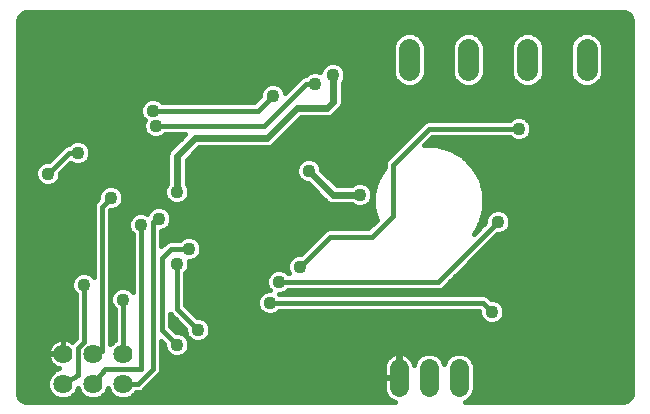
<source format=gbl>
G75*
G70*
%OFA0B0*%
%FSLAX24Y24*%
%IPPOS*%
%LPD*%
%AMOC8*
5,1,8,0,0,1.08239X$1,22.5*
%
%ADD10C,0.0640*%
%ADD11C,0.0710*%
%ADD12C,0.0640*%
%ADD13C,0.0160*%
%ADD14C,0.0436*%
%ADD15C,0.0240*%
D10*
X001880Y005894D03*
X002880Y005894D03*
X003880Y005894D03*
X003880Y006894D03*
X002880Y006894D03*
X001880Y006894D03*
D11*
X013427Y016339D02*
X013427Y017049D01*
X015396Y017049D02*
X015396Y016339D01*
X017364Y016339D02*
X017364Y017049D01*
X019333Y017049D02*
X019333Y016339D01*
D12*
X015080Y006414D02*
X015080Y005774D01*
X014080Y005774D02*
X014080Y006414D01*
X013080Y006414D02*
X013080Y005774D01*
D13*
X000608Y005300D02*
X000506Y005342D01*
X000428Y005420D01*
X000385Y005522D01*
X000380Y005577D01*
X000380Y017838D01*
X000387Y017847D01*
X000380Y017920D01*
X000380Y017993D01*
X000379Y017994D01*
X000418Y018118D01*
X000500Y018218D01*
X000615Y018279D01*
X000674Y018290D01*
X020576Y018290D01*
X020631Y018279D01*
X020738Y018222D01*
X020816Y018128D01*
X020850Y018014D01*
X020850Y018014D01*
X020850Y017941D01*
X020843Y017868D01*
X020850Y017859D01*
X020850Y005571D01*
X020839Y005516D01*
X020781Y005407D01*
X020686Y005329D01*
X020571Y005294D01*
X020570Y005294D01*
X020497Y005294D01*
X020425Y005301D01*
X020416Y005294D01*
X015280Y005294D01*
X015375Y005333D01*
X015521Y005480D01*
X015600Y005671D01*
X015600Y006518D01*
X015521Y006709D01*
X015375Y006855D01*
X015183Y006934D01*
X014977Y006934D01*
X014785Y006855D01*
X014639Y006709D01*
X014580Y006566D01*
X014521Y006709D01*
X014375Y006855D01*
X014183Y006934D01*
X013977Y006934D01*
X013785Y006855D01*
X013639Y006709D01*
X013567Y006534D01*
X013543Y006606D01*
X013508Y006676D01*
X013461Y006740D01*
X013406Y006796D01*
X013342Y006842D01*
X013272Y006878D01*
X013197Y006902D01*
X013119Y006914D01*
X013100Y006914D01*
X013100Y006114D01*
X013060Y006114D01*
X013060Y006074D01*
X012580Y006074D01*
X012580Y005735D01*
X012592Y005657D01*
X012617Y005582D01*
X012652Y005512D01*
X012699Y005448D01*
X012754Y005393D01*
X012818Y005347D01*
X012888Y005311D01*
X012939Y005294D01*
X000663Y005294D01*
X000608Y005300D01*
X000498Y005350D02*
X012814Y005350D01*
X012655Y005508D02*
X004229Y005508D01*
X004175Y005453D02*
X004321Y005600D01*
X004327Y005614D01*
X004436Y005614D01*
X004539Y005657D01*
X004617Y005736D01*
X005117Y006236D01*
X005160Y006339D01*
X005160Y007318D01*
X005262Y007216D01*
X005262Y007111D01*
X005326Y006957D01*
X005443Y006840D01*
X005597Y006776D01*
X005763Y006776D01*
X005917Y006840D01*
X006034Y006957D01*
X006098Y007111D01*
X006098Y007277D01*
X006034Y007431D01*
X005917Y007549D01*
X005763Y007612D01*
X005658Y007612D01*
X005460Y007810D01*
X005460Y008218D01*
X005962Y007716D01*
X005962Y007611D01*
X006026Y007457D01*
X006143Y007340D01*
X006297Y007276D01*
X006463Y007276D01*
X006617Y007340D01*
X006734Y007457D01*
X006798Y007611D01*
X006798Y007777D01*
X006734Y007931D01*
X006617Y008049D01*
X006463Y008112D01*
X006358Y008112D01*
X005960Y008510D01*
X005960Y009583D01*
X006034Y009657D01*
X006098Y009811D01*
X006098Y009976D01*
X006163Y009976D01*
X006317Y010040D01*
X006434Y010157D01*
X006498Y010311D01*
X006498Y010477D01*
X006434Y010631D01*
X006317Y010749D01*
X006163Y010812D01*
X005997Y010812D01*
X005843Y010749D01*
X005769Y010674D01*
X005424Y010674D01*
X005321Y010632D01*
X005160Y010470D01*
X005160Y010976D01*
X005163Y010976D01*
X005317Y011040D01*
X005434Y011157D01*
X005498Y011311D01*
X005498Y011477D01*
X005434Y011631D01*
X005317Y011749D01*
X005163Y011812D01*
X004997Y011812D01*
X004843Y011749D01*
X004726Y011631D01*
X004695Y011558D01*
X004563Y011612D01*
X004397Y011612D01*
X004243Y011549D01*
X004126Y011431D01*
X004062Y011277D01*
X004062Y011111D01*
X004126Y010957D01*
X004200Y010883D01*
X004200Y008966D01*
X004117Y009049D01*
X003963Y009112D01*
X003797Y009112D01*
X003643Y009049D01*
X003526Y008931D01*
X003462Y008777D01*
X003462Y008611D01*
X003526Y008457D01*
X003600Y008383D01*
X003600Y007341D01*
X003585Y007335D01*
X003460Y007210D01*
X003460Y011676D01*
X003563Y011676D01*
X003717Y011740D01*
X003834Y011857D01*
X003898Y012011D01*
X003898Y012177D01*
X003834Y012331D01*
X003717Y012449D01*
X003563Y012512D01*
X003397Y012512D01*
X003243Y012449D01*
X003126Y012331D01*
X003062Y012177D01*
X003062Y012072D01*
X003021Y012032D01*
X002943Y011953D01*
X002900Y011850D01*
X002900Y009466D01*
X002817Y009549D01*
X002663Y009612D01*
X002497Y009612D01*
X002343Y009549D01*
X002226Y009431D01*
X002162Y009277D01*
X002162Y009111D01*
X002226Y008957D01*
X002300Y008883D01*
X002300Y007410D01*
X002221Y007332D01*
X002182Y007293D01*
X002142Y007322D01*
X002072Y007358D01*
X001997Y007382D01*
X001919Y007394D01*
X001889Y007394D01*
X001889Y006903D01*
X001871Y006903D01*
X001871Y006886D01*
X001380Y006886D01*
X001380Y006855D01*
X001392Y006777D01*
X001417Y006702D01*
X001452Y006632D01*
X001499Y006568D01*
X001554Y006513D01*
X001618Y006467D01*
X001688Y006431D01*
X001760Y006407D01*
X001585Y006335D01*
X001439Y006189D01*
X001360Y005998D01*
X001360Y005791D01*
X001439Y005600D01*
X001585Y005453D01*
X001777Y005374D01*
X001983Y005374D01*
X002175Y005453D01*
X002321Y005600D01*
X002380Y005743D01*
X002439Y005600D01*
X002585Y005453D01*
X002777Y005374D01*
X002983Y005374D01*
X003175Y005453D01*
X003321Y005600D01*
X003380Y005743D01*
X003439Y005600D01*
X003585Y005453D01*
X003777Y005374D01*
X003983Y005374D01*
X004175Y005453D01*
X004549Y005667D02*
X012591Y005667D01*
X012580Y005825D02*
X004707Y005825D01*
X004866Y005984D02*
X012580Y005984D01*
X012580Y006114D02*
X013060Y006114D01*
X013060Y006914D01*
X013041Y006914D01*
X012963Y006902D01*
X012888Y006878D01*
X012818Y006842D01*
X012754Y006796D01*
X012699Y006740D01*
X012652Y006676D01*
X012617Y006606D01*
X012592Y006531D01*
X012580Y006454D01*
X012580Y006114D01*
X012580Y006142D02*
X005024Y006142D01*
X005144Y006301D02*
X012580Y006301D01*
X012581Y006459D02*
X005160Y006459D01*
X005160Y006618D02*
X012623Y006618D01*
X012735Y006776D02*
X005763Y006776D01*
X005597Y006776D02*
X005160Y006776D01*
X005160Y006935D02*
X005348Y006935D01*
X005269Y007093D02*
X005160Y007093D01*
X005160Y007252D02*
X005226Y007252D01*
X005180Y007694D02*
X005680Y007194D01*
X005868Y007569D02*
X005979Y007569D01*
X005951Y007727D02*
X005543Y007727D01*
X005460Y007886D02*
X005792Y007886D01*
X005634Y008044D02*
X005460Y008044D01*
X005460Y008203D02*
X005475Y008203D01*
X005680Y008394D02*
X006380Y007694D01*
X006687Y007410D02*
X020850Y007410D01*
X020850Y007252D02*
X006098Y007252D01*
X006091Y007093D02*
X020850Y007093D01*
X020850Y006935D02*
X006012Y006935D01*
X006043Y007410D02*
X006073Y007410D01*
X006781Y007569D02*
X020850Y007569D01*
X020850Y007727D02*
X006798Y007727D01*
X006753Y007886D02*
X016074Y007886D01*
X016097Y007876D02*
X016263Y007876D01*
X016417Y007940D01*
X016534Y008057D01*
X016598Y008211D01*
X016598Y008377D01*
X016534Y008531D01*
X016417Y008649D01*
X016263Y008712D01*
X016158Y008712D01*
X016039Y008832D01*
X015936Y008874D01*
X009091Y008874D01*
X009089Y008876D01*
X009163Y008876D01*
X009317Y008940D01*
X009391Y009014D01*
X014436Y009014D01*
X014539Y009057D01*
X016358Y010876D01*
X016463Y010876D01*
X016617Y010940D01*
X016734Y011057D01*
X016798Y011211D01*
X016798Y011377D01*
X016734Y011531D01*
X020850Y011531D01*
X020850Y011373D02*
X016798Y011373D01*
X016798Y011214D02*
X020850Y011214D01*
X020850Y011056D02*
X016733Y011056D01*
X016514Y010897D02*
X020850Y010897D01*
X020850Y010739D02*
X016221Y010739D01*
X016062Y010580D02*
X020850Y010580D01*
X020850Y010422D02*
X015904Y010422D01*
X015745Y010263D02*
X020850Y010263D01*
X020850Y010105D02*
X015587Y010105D01*
X015428Y009946D02*
X020850Y009946D01*
X020850Y009788D02*
X015270Y009788D01*
X015111Y009629D02*
X020850Y009629D01*
X020850Y009471D02*
X014953Y009471D01*
X014794Y009312D02*
X020850Y009312D01*
X020850Y009154D02*
X014636Y009154D01*
X014380Y009294D02*
X016380Y011294D01*
X016734Y011531D02*
X016617Y011649D01*
X016463Y011712D01*
X016297Y011712D01*
X016143Y011649D01*
X016026Y011531D01*
X015871Y011531D01*
X016026Y011531D02*
X015962Y011377D01*
X015962Y011272D01*
X015577Y010887D01*
X015804Y011280D01*
X015930Y011751D01*
X015930Y012238D01*
X015804Y012708D01*
X015560Y013130D01*
X015216Y013475D01*
X014794Y013718D01*
X014324Y013844D01*
X013926Y013844D01*
X014196Y014114D01*
X016769Y014114D01*
X016843Y014040D01*
X016997Y013976D01*
X017163Y013976D01*
X017317Y014040D01*
X017434Y014157D01*
X017498Y014311D01*
X017498Y014477D01*
X017434Y014631D01*
X017317Y014749D01*
X017163Y014812D01*
X016997Y014812D01*
X016843Y014749D01*
X016769Y014674D01*
X014024Y014674D01*
X013921Y014632D01*
X013843Y014553D01*
X012643Y013353D01*
X012600Y013250D01*
X012600Y013131D01*
X012600Y013130D01*
X012356Y012708D01*
X012230Y012238D01*
X012230Y011751D01*
X012338Y011348D01*
X012064Y011074D01*
X010724Y011074D01*
X010621Y011032D01*
X010543Y010953D01*
X010543Y010953D01*
X009802Y010212D01*
X009697Y010212D01*
X009543Y010149D01*
X009426Y010031D01*
X009362Y009877D01*
X009362Y009711D01*
X009419Y009574D01*
X009391Y009574D01*
X009317Y009649D01*
X009163Y009712D01*
X008997Y009712D01*
X008843Y009649D01*
X008726Y009531D01*
X008662Y009377D01*
X008662Y009211D01*
X008726Y009057D01*
X008771Y009012D01*
X008697Y009012D01*
X008543Y008949D01*
X008426Y008831D01*
X008362Y008677D01*
X008362Y008511D01*
X008426Y008357D01*
X008543Y008240D01*
X008697Y008176D01*
X008863Y008176D01*
X009017Y008240D01*
X009091Y008314D01*
X015762Y008314D01*
X015762Y008211D01*
X015826Y008057D01*
X015943Y007940D01*
X016097Y007876D01*
X016286Y007886D02*
X020850Y007886D01*
X020850Y008044D02*
X016521Y008044D01*
X016595Y008203D02*
X020850Y008203D01*
X020850Y008361D02*
X016598Y008361D01*
X016539Y008520D02*
X020850Y008520D01*
X020850Y008678D02*
X016345Y008678D01*
X016026Y008837D02*
X020850Y008837D01*
X020850Y008995D02*
X009372Y008995D01*
X009080Y009294D02*
X014380Y009294D01*
X015880Y008594D02*
X016180Y008294D01*
X015839Y008044D02*
X006621Y008044D01*
X006267Y008203D02*
X008633Y008203D01*
X008424Y008361D02*
X006109Y008361D01*
X005960Y008520D02*
X008362Y008520D01*
X008362Y008678D02*
X005960Y008678D01*
X005960Y008837D02*
X008431Y008837D01*
X008656Y008995D02*
X005960Y008995D01*
X005960Y009154D02*
X008686Y009154D01*
X008662Y009312D02*
X005960Y009312D01*
X005960Y009471D02*
X008701Y009471D01*
X008824Y009629D02*
X006006Y009629D01*
X006088Y009788D02*
X009362Y009788D01*
X009390Y009946D02*
X006098Y009946D01*
X006382Y010105D02*
X009499Y010105D01*
X009853Y010263D02*
X006478Y010263D01*
X006498Y010422D02*
X010012Y010422D01*
X010170Y010580D02*
X006456Y010580D01*
X006327Y010739D02*
X010329Y010739D01*
X010487Y010897D02*
X005160Y010897D01*
X005160Y010739D02*
X005833Y010739D01*
X006080Y010394D02*
X005480Y010394D01*
X005180Y010094D01*
X005180Y007694D01*
X005680Y008394D02*
X005680Y009894D01*
X005270Y010580D02*
X005160Y010580D01*
X005333Y011056D02*
X010680Y011056D01*
X010780Y010794D02*
X012180Y010794D01*
X012880Y011494D01*
X012880Y013194D01*
X014080Y014394D01*
X017080Y014394D01*
X017364Y014701D02*
X020850Y014701D01*
X020850Y014543D02*
X017471Y014543D01*
X017498Y014384D02*
X020850Y014384D01*
X020850Y014226D02*
X017463Y014226D01*
X017344Y014067D02*
X020850Y014067D01*
X020850Y013909D02*
X013991Y013909D01*
X014149Y014067D02*
X016816Y014067D01*
X016796Y014701D02*
X009740Y014701D01*
X009813Y014774D02*
X010744Y014774D01*
X010861Y014823D01*
X011061Y015023D01*
X011151Y015113D01*
X011200Y015231D01*
X011200Y015923D01*
X011234Y015957D01*
X011298Y016111D01*
X011298Y016277D01*
X011234Y016431D01*
X011117Y016549D01*
X010963Y016612D01*
X010797Y016612D01*
X010643Y016549D01*
X010526Y016431D01*
X010462Y016277D01*
X010462Y016271D01*
X010363Y016312D01*
X010197Y016312D01*
X010043Y016249D01*
X009969Y016174D01*
X009924Y016174D01*
X009821Y016132D01*
X009743Y016053D01*
X009289Y015599D01*
X009234Y015731D01*
X009117Y015849D01*
X008963Y015912D01*
X008797Y015912D01*
X008643Y015849D01*
X008526Y015731D01*
X008462Y015577D01*
X008462Y015472D01*
X008264Y015274D01*
X005191Y015274D01*
X005117Y015349D01*
X004963Y015412D01*
X004797Y015412D01*
X004643Y015349D01*
X004526Y015231D01*
X004462Y015077D01*
X004462Y014911D01*
X004526Y014757D01*
X004604Y014679D01*
X004562Y014577D01*
X004562Y014411D01*
X004626Y014257D01*
X004743Y014140D01*
X004897Y014076D01*
X005063Y014076D01*
X005217Y014140D01*
X005291Y014214D01*
X005947Y014214D01*
X005499Y013766D01*
X005409Y013675D01*
X005360Y013558D01*
X005360Y012566D01*
X005326Y012531D01*
X005262Y012377D01*
X005262Y012211D01*
X005326Y012057D01*
X005443Y011940D01*
X005597Y011876D01*
X005763Y011876D01*
X005917Y011940D01*
X006034Y012057D01*
X006098Y012211D01*
X006098Y012377D01*
X006034Y012531D01*
X006000Y012566D01*
X006000Y013362D01*
X006413Y013774D01*
X008744Y013774D01*
X008861Y013823D01*
X009813Y014774D01*
X009581Y014543D02*
X013833Y014543D01*
X013674Y014384D02*
X009423Y014384D01*
X009264Y014226D02*
X013516Y014226D01*
X013357Y014067D02*
X009106Y014067D01*
X008947Y013909D02*
X013199Y013909D01*
X013040Y013750D02*
X006389Y013750D01*
X006230Y013592D02*
X012882Y013592D01*
X012723Y013433D02*
X006072Y013433D01*
X006000Y013275D02*
X009769Y013275D01*
X009726Y013231D02*
X009662Y013077D01*
X009662Y012911D01*
X009726Y012757D01*
X009843Y012640D01*
X009997Y012576D01*
X010046Y012576D01*
X010699Y011923D01*
X010816Y011874D01*
X011509Y011874D01*
X011543Y011840D01*
X011697Y011776D01*
X011863Y011776D01*
X012017Y011840D01*
X012134Y011957D01*
X012198Y012111D01*
X012198Y012277D01*
X012134Y012431D01*
X012017Y012549D01*
X011863Y012612D01*
X011697Y012612D01*
X011543Y012549D01*
X011509Y012514D01*
X011013Y012514D01*
X010498Y013029D01*
X010498Y013077D01*
X010434Y013231D01*
X010317Y013349D01*
X010163Y013412D01*
X009997Y013412D01*
X009843Y013349D01*
X009726Y013231D01*
X009678Y013116D02*
X006000Y013116D01*
X006000Y012958D02*
X009662Y012958D01*
X009708Y012799D02*
X006000Y012799D01*
X006000Y012641D02*
X009842Y012641D01*
X010139Y012482D02*
X006055Y012482D01*
X006098Y012324D02*
X010298Y012324D01*
X010456Y012165D02*
X006079Y012165D01*
X005984Y012007D02*
X010615Y012007D01*
X010886Y012641D02*
X012338Y012641D01*
X012296Y012482D02*
X012083Y012482D01*
X012179Y012324D02*
X012253Y012324D01*
X012230Y012165D02*
X012198Y012165D01*
X012230Y012007D02*
X012155Y012007D01*
X012230Y011848D02*
X012025Y011848D01*
X012246Y011690D02*
X005376Y011690D01*
X005476Y011531D02*
X012289Y011531D01*
X012331Y011373D02*
X005498Y011373D01*
X005458Y011214D02*
X012204Y011214D01*
X011535Y011848D02*
X003825Y011848D01*
X003896Y012007D02*
X005376Y012007D01*
X005281Y012165D02*
X003898Y012165D01*
X003837Y012324D02*
X005262Y012324D01*
X005305Y012482D02*
X003636Y012482D01*
X003324Y012482D02*
X001478Y012482D01*
X001463Y012476D02*
X001617Y012540D01*
X001734Y012657D01*
X001798Y012811D01*
X001798Y012916D01*
X002132Y013251D01*
X002143Y013240D01*
X002297Y013176D01*
X002463Y013176D01*
X002617Y013240D01*
X002734Y013357D01*
X002798Y013511D01*
X002798Y013677D01*
X002734Y013831D01*
X002617Y013949D01*
X002463Y014012D01*
X002297Y014012D01*
X002143Y013949D01*
X002069Y013874D01*
X002024Y013874D01*
X001921Y013832D01*
X001402Y013312D01*
X001297Y013312D01*
X001143Y013249D01*
X001026Y013131D01*
X000962Y012977D01*
X000962Y012811D01*
X001026Y012657D01*
X001143Y012540D01*
X001297Y012476D01*
X001463Y012476D01*
X001282Y012482D02*
X000380Y012482D01*
X000380Y012324D02*
X003123Y012324D01*
X003062Y012165D02*
X000380Y012165D01*
X000380Y012007D02*
X002997Y012007D01*
X002900Y011848D02*
X000380Y011848D01*
X000380Y011690D02*
X002900Y011690D01*
X002900Y011531D02*
X000380Y011531D01*
X000380Y011373D02*
X002900Y011373D01*
X002900Y011214D02*
X000380Y011214D01*
X000380Y011056D02*
X002900Y011056D01*
X002900Y010897D02*
X000380Y010897D01*
X000380Y010739D02*
X002900Y010739D01*
X002900Y010580D02*
X000380Y010580D01*
X000380Y010422D02*
X002900Y010422D01*
X002900Y010263D02*
X000380Y010263D01*
X000380Y010105D02*
X002900Y010105D01*
X002900Y009946D02*
X000380Y009946D01*
X000380Y009788D02*
X002900Y009788D01*
X002900Y009629D02*
X000380Y009629D01*
X000380Y009471D02*
X002265Y009471D01*
X002176Y009312D02*
X000380Y009312D01*
X000380Y009154D02*
X002162Y009154D01*
X002210Y008995D02*
X000380Y008995D01*
X000380Y008837D02*
X002300Y008837D01*
X002300Y008678D02*
X000380Y008678D01*
X000380Y008520D02*
X002300Y008520D01*
X002300Y008361D02*
X000380Y008361D01*
X000380Y008203D02*
X002300Y008203D01*
X002300Y008044D02*
X000380Y008044D01*
X000380Y007886D02*
X002300Y007886D01*
X002300Y007727D02*
X000380Y007727D01*
X000380Y007569D02*
X002300Y007569D01*
X002300Y007410D02*
X000380Y007410D01*
X000380Y007252D02*
X001530Y007252D01*
X001554Y007276D02*
X001499Y007220D01*
X001452Y007156D01*
X001417Y007086D01*
X001392Y007011D01*
X001380Y006934D01*
X001380Y006903D01*
X001871Y006903D01*
X001871Y007394D01*
X001841Y007394D01*
X001763Y007382D01*
X001688Y007358D01*
X001618Y007322D01*
X001554Y007276D01*
X001420Y007093D02*
X000380Y007093D01*
X000380Y006935D02*
X001380Y006935D01*
X001393Y006776D02*
X000380Y006776D01*
X000380Y006618D02*
X001463Y006618D01*
X001632Y006459D02*
X000380Y006459D01*
X000380Y006301D02*
X001551Y006301D01*
X001420Y006142D02*
X000380Y006142D01*
X000380Y005984D02*
X001360Y005984D01*
X001360Y005825D02*
X000380Y005825D01*
X000380Y005667D02*
X001411Y005667D01*
X001531Y005508D02*
X000391Y005508D01*
X001880Y005894D02*
X002380Y006194D01*
X002380Y007094D01*
X002580Y007294D01*
X002580Y009194D01*
X002895Y009471D02*
X002900Y009471D01*
X003460Y009471D02*
X004200Y009471D01*
X004200Y009629D02*
X003460Y009629D01*
X003460Y009788D02*
X004200Y009788D01*
X004200Y009946D02*
X003460Y009946D01*
X003460Y010105D02*
X004200Y010105D01*
X004200Y010263D02*
X003460Y010263D01*
X003460Y010422D02*
X004200Y010422D01*
X004200Y010580D02*
X003460Y010580D01*
X003460Y010739D02*
X004200Y010739D01*
X004186Y010897D02*
X003460Y010897D01*
X003460Y011056D02*
X004085Y011056D01*
X004062Y011214D02*
X003460Y011214D01*
X003460Y011373D02*
X004101Y011373D01*
X004226Y011531D02*
X003460Y011531D01*
X003596Y011690D02*
X004784Y011690D01*
X004880Y011294D02*
X004880Y006394D01*
X004380Y005894D01*
X003880Y005894D01*
X003531Y005508D02*
X003229Y005508D01*
X003349Y005667D02*
X003411Y005667D01*
X002880Y005894D02*
X003280Y006394D01*
X004480Y006394D01*
X004480Y011194D01*
X004880Y011294D02*
X005080Y011394D01*
X005360Y012641D02*
X001718Y012641D01*
X001793Y012799D02*
X005360Y012799D01*
X005360Y012958D02*
X001840Y012958D01*
X001998Y013116D02*
X005360Y013116D01*
X005360Y013275D02*
X002652Y013275D01*
X002766Y013433D02*
X005360Y013433D01*
X005374Y013592D02*
X002798Y013592D01*
X002768Y013750D02*
X005483Y013750D01*
X005642Y013909D02*
X002657Y013909D01*
X002380Y013594D02*
X002080Y013594D01*
X001380Y012894D01*
X001206Y013275D02*
X000380Y013275D01*
X000380Y013433D02*
X001523Y013433D01*
X001682Y013592D02*
X000380Y013592D01*
X000380Y013750D02*
X001840Y013750D01*
X002103Y013909D02*
X000380Y013909D01*
X000380Y014067D02*
X005800Y014067D01*
X004980Y014494D02*
X008580Y014494D01*
X009980Y015894D01*
X010280Y015894D01*
X010134Y016286D02*
X000380Y016286D01*
X000380Y016128D02*
X009818Y016128D01*
X009659Y015969D02*
X000380Y015969D01*
X000380Y015811D02*
X008605Y015811D01*
X008493Y015652D02*
X000380Y015652D01*
X000380Y015494D02*
X008462Y015494D01*
X008325Y015335D02*
X005130Y015335D01*
X004880Y014994D02*
X008380Y014994D01*
X008880Y015494D01*
X009267Y015652D02*
X009342Y015652D01*
X009501Y015811D02*
X009155Y015811D01*
X010426Y016286D02*
X010466Y016286D01*
X010539Y016445D02*
X000380Y016445D01*
X000380Y016603D02*
X010775Y016603D01*
X010985Y016603D02*
X012872Y016603D01*
X012872Y016445D02*
X011221Y016445D01*
X011294Y016286D02*
X012872Y016286D01*
X012872Y016229D02*
X012957Y016025D01*
X013113Y015869D01*
X013317Y015784D01*
X013538Y015784D01*
X013742Y015869D01*
X013898Y016025D01*
X013982Y016229D01*
X013982Y017160D01*
X013898Y017364D01*
X013742Y017520D01*
X013538Y017604D01*
X013317Y017604D01*
X013113Y017520D01*
X012957Y017364D01*
X012872Y017160D01*
X012872Y016229D01*
X012914Y016128D02*
X011298Y016128D01*
X011239Y015969D02*
X013012Y015969D01*
X013253Y015811D02*
X011200Y015811D01*
X011200Y015652D02*
X020850Y015652D01*
X020850Y015494D02*
X011200Y015494D01*
X011200Y015335D02*
X020850Y015335D01*
X020850Y015177D02*
X011178Y015177D01*
X011057Y015018D02*
X020850Y015018D01*
X020850Y014860D02*
X010898Y014860D01*
X010391Y013275D02*
X012610Y013275D01*
X012592Y013116D02*
X010482Y013116D01*
X010569Y012958D02*
X012500Y012958D01*
X012409Y012799D02*
X010728Y012799D01*
X010780Y010794D02*
X009780Y009794D01*
X009396Y009629D02*
X009336Y009629D01*
X008780Y008594D02*
X015880Y008594D01*
X015765Y008203D02*
X008927Y008203D01*
X013060Y006776D02*
X013100Y006776D01*
X013100Y006618D02*
X013060Y006618D01*
X013060Y006459D02*
X013100Y006459D01*
X013100Y006301D02*
X013060Y006301D01*
X013060Y006142D02*
X013100Y006142D01*
X013537Y006618D02*
X013601Y006618D01*
X013707Y006776D02*
X013425Y006776D01*
X014453Y006776D02*
X014707Y006776D01*
X014601Y006618D02*
X014559Y006618D01*
X015453Y006776D02*
X020850Y006776D01*
X020850Y006618D02*
X015559Y006618D01*
X015600Y006459D02*
X020850Y006459D01*
X020850Y006301D02*
X015600Y006301D01*
X015600Y006142D02*
X020850Y006142D01*
X020850Y005984D02*
X015600Y005984D01*
X015600Y005825D02*
X020850Y005825D01*
X020850Y005667D02*
X015598Y005667D01*
X015533Y005508D02*
X020835Y005508D01*
X020711Y005350D02*
X015391Y005350D01*
X015583Y010897D02*
X015587Y010897D01*
X015674Y011056D02*
X015746Y011056D01*
X015766Y011214D02*
X015904Y011214D01*
X015962Y011373D02*
X015829Y011373D01*
X015914Y011690D02*
X016242Y011690D01*
X016518Y011690D02*
X020850Y011690D01*
X020850Y011848D02*
X015930Y011848D01*
X015930Y012007D02*
X020850Y012007D01*
X020850Y012165D02*
X015930Y012165D01*
X015907Y012324D02*
X020850Y012324D01*
X020850Y012482D02*
X015864Y012482D01*
X015822Y012641D02*
X020850Y012641D01*
X020850Y012799D02*
X015751Y012799D01*
X015660Y012958D02*
X020850Y012958D01*
X020850Y013116D02*
X015568Y013116D01*
X015416Y013275D02*
X020850Y013275D01*
X020850Y013433D02*
X015257Y013433D01*
X015013Y013592D02*
X020850Y013592D01*
X020850Y013750D02*
X014674Y013750D01*
X015285Y015784D02*
X015081Y015869D01*
X014925Y016025D01*
X014841Y016229D01*
X014841Y017160D01*
X014925Y017364D01*
X015081Y017520D01*
X015285Y017604D01*
X015506Y017604D01*
X015710Y017520D01*
X015866Y017364D01*
X015951Y017160D01*
X015951Y016229D01*
X015866Y016025D01*
X015710Y015869D01*
X015506Y015784D01*
X015285Y015784D01*
X015221Y015811D02*
X013602Y015811D01*
X013842Y015969D02*
X014981Y015969D01*
X014883Y016128D02*
X013940Y016128D01*
X013982Y016286D02*
X014841Y016286D01*
X014841Y016445D02*
X013982Y016445D01*
X013982Y016603D02*
X014841Y016603D01*
X014841Y016762D02*
X013982Y016762D01*
X013982Y016920D02*
X014841Y016920D01*
X014841Y017079D02*
X013982Y017079D01*
X013950Y017237D02*
X014873Y017237D01*
X014957Y017396D02*
X013866Y017396D01*
X013658Y017554D02*
X015165Y017554D01*
X015627Y017554D02*
X017133Y017554D01*
X017050Y017520D02*
X016894Y017364D01*
X016809Y017160D01*
X016809Y016229D01*
X016894Y016025D01*
X017050Y015869D01*
X017254Y015784D01*
X017475Y015784D01*
X017679Y015869D01*
X017835Y016025D01*
X017919Y016229D01*
X017919Y017160D01*
X017835Y017364D01*
X017679Y017520D01*
X017475Y017604D01*
X017254Y017604D01*
X017050Y017520D01*
X016926Y017396D02*
X015834Y017396D01*
X015919Y017237D02*
X016841Y017237D01*
X016809Y017079D02*
X015951Y017079D01*
X015951Y016920D02*
X016809Y016920D01*
X016809Y016762D02*
X015951Y016762D01*
X015951Y016603D02*
X016809Y016603D01*
X016809Y016445D02*
X015951Y016445D01*
X015951Y016286D02*
X016809Y016286D01*
X016851Y016128D02*
X015909Y016128D01*
X015811Y015969D02*
X016949Y015969D01*
X017190Y015811D02*
X015570Y015811D01*
X017539Y015811D02*
X019158Y015811D01*
X019222Y015784D02*
X019443Y015784D01*
X019647Y015869D01*
X019803Y016025D01*
X019888Y016229D01*
X019888Y017160D01*
X019803Y017364D01*
X019647Y017520D01*
X019443Y017604D01*
X019222Y017604D01*
X019018Y017520D01*
X018862Y017364D01*
X018778Y017160D01*
X018778Y016229D01*
X018862Y016025D01*
X019018Y015869D01*
X019222Y015784D01*
X019507Y015811D02*
X020850Y015811D01*
X020850Y015969D02*
X019748Y015969D01*
X019846Y016128D02*
X020850Y016128D01*
X020850Y016286D02*
X019888Y016286D01*
X019888Y016445D02*
X020850Y016445D01*
X020850Y016603D02*
X019888Y016603D01*
X019888Y016762D02*
X020850Y016762D01*
X020850Y016920D02*
X019888Y016920D01*
X019888Y017079D02*
X020850Y017079D01*
X020850Y017237D02*
X019856Y017237D01*
X019771Y017396D02*
X020850Y017396D01*
X020850Y017554D02*
X019564Y017554D01*
X019102Y017554D02*
X017595Y017554D01*
X017803Y017396D02*
X018894Y017396D01*
X018810Y017237D02*
X017887Y017237D01*
X017919Y017079D02*
X018778Y017079D01*
X018778Y016920D02*
X017919Y016920D01*
X017919Y016762D02*
X018778Y016762D01*
X018778Y016603D02*
X017919Y016603D01*
X017919Y016445D02*
X018778Y016445D01*
X018778Y016286D02*
X017919Y016286D01*
X017877Y016128D02*
X018820Y016128D01*
X018918Y015969D02*
X017779Y015969D01*
X020766Y018188D02*
X000476Y018188D01*
X000390Y018030D02*
X020845Y018030D01*
X020843Y017871D02*
X000385Y017871D01*
X000379Y017994D02*
X000379Y017994D01*
X000380Y017713D02*
X020850Y017713D01*
X013196Y017554D02*
X000380Y017554D01*
X000380Y017396D02*
X012989Y017396D01*
X012904Y017237D02*
X000380Y017237D01*
X000380Y017079D02*
X012872Y017079D01*
X012872Y016920D02*
X000380Y016920D01*
X000380Y016762D02*
X012872Y016762D01*
X004630Y015335D02*
X000380Y015335D01*
X000380Y015177D02*
X004503Y015177D01*
X004462Y015018D02*
X000380Y015018D01*
X000380Y014860D02*
X004483Y014860D01*
X004582Y014701D02*
X000380Y014701D01*
X000380Y014543D02*
X004562Y014543D01*
X004573Y014384D02*
X000380Y014384D01*
X000380Y014226D02*
X004657Y014226D01*
X003480Y012094D02*
X003180Y011794D01*
X003180Y006994D01*
X002880Y006894D01*
X003460Y007252D02*
X003502Y007252D01*
X003460Y007410D02*
X003600Y007410D01*
X003600Y007569D02*
X003460Y007569D01*
X003460Y007727D02*
X003600Y007727D01*
X003600Y007886D02*
X003460Y007886D01*
X003460Y008044D02*
X003600Y008044D01*
X003600Y008203D02*
X003460Y008203D01*
X003460Y008361D02*
X003600Y008361D01*
X003500Y008520D02*
X003460Y008520D01*
X003460Y008678D02*
X003462Y008678D01*
X003460Y008837D02*
X003486Y008837D01*
X003460Y008995D02*
X003590Y008995D01*
X003460Y009154D02*
X004200Y009154D01*
X004200Y009312D02*
X003460Y009312D01*
X003880Y008694D02*
X003880Y006894D01*
X002411Y005667D02*
X002349Y005667D01*
X002229Y005508D02*
X002531Y005508D01*
X001889Y006935D02*
X001871Y006935D01*
X001871Y007093D02*
X001889Y007093D01*
X001889Y007252D02*
X001871Y007252D01*
X004170Y008995D02*
X004200Y008995D01*
X001042Y012641D02*
X000380Y012641D01*
X000380Y012799D02*
X000967Y012799D01*
X000962Y012958D02*
X000380Y012958D01*
X000380Y013116D02*
X001019Y013116D01*
D14*
X001380Y012894D03*
X002380Y013594D03*
X003480Y012094D03*
X004480Y011194D03*
X005080Y011394D03*
X005680Y012294D03*
X006080Y010394D03*
X005680Y009894D03*
X006980Y010394D03*
X008780Y008594D03*
X009080Y009294D03*
X009780Y009794D03*
X011780Y012194D03*
X010080Y012994D03*
X008880Y015494D03*
X010280Y015894D03*
X010880Y016194D03*
X016380Y011294D03*
X019680Y011394D03*
X017080Y014394D03*
X016180Y008294D03*
X006380Y007694D03*
X005680Y007194D03*
X003880Y008694D03*
X002580Y009194D03*
X004980Y014494D03*
X004880Y014994D03*
D15*
X006280Y014094D02*
X005680Y013494D01*
X005680Y012294D01*
X006280Y014094D02*
X008680Y014094D01*
X009680Y015094D01*
X010680Y015094D01*
X010880Y015294D01*
X010880Y016194D01*
X010080Y012994D02*
X010880Y012194D01*
X011780Y012194D01*
M02*

</source>
